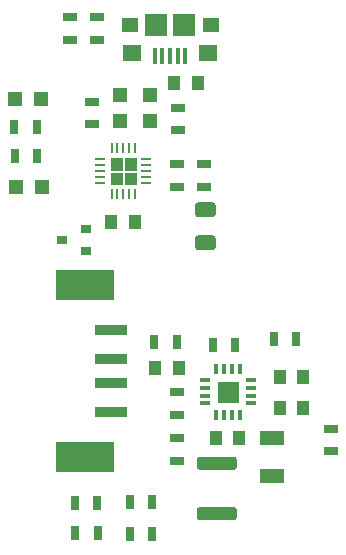
<source format=gtp>
G04 #@! TF.GenerationSoftware,KiCad,Pcbnew,(5.1.9-0-10_14)*
G04 #@! TF.CreationDate,2021-03-21T12:23:30-04:00*
G04 #@! TF.ProjectId,Antoinette_PowerBank,416e746f-696e-4657-9474-655f506f7765,rev?*
G04 #@! TF.SameCoordinates,Original*
G04 #@! TF.FileFunction,Paste,Top*
G04 #@! TF.FilePolarity,Positive*
%FSLAX46Y46*%
G04 Gerber Fmt 4.6, Leading zero omitted, Abs format (unit mm)*
G04 Created by KiCad (PCBNEW (5.1.9-0-10_14)) date 2021-03-21 12:23:30*
%MOMM*%
%LPD*%
G01*
G04 APERTURE LIST*
%ADD10C,0.010000*%
%ADD11R,1.900000X1.900000*%
%ADD12R,1.450000X1.300000*%
%ADD13R,1.600000X1.400000*%
%ADD14R,0.400000X1.350000*%
%ADD15R,0.700000X1.300000*%
%ADD16R,0.260000X0.810000*%
%ADD17R,0.810000X0.260000*%
%ADD18R,1.300000X0.700000*%
%ADD19R,0.340000X0.810000*%
%ADD20R,0.810000X0.340000*%
%ADD21R,1.000000X1.250000*%
%ADD22R,1.200000X1.200000*%
%ADD23R,5.000000X2.500000*%
%ADD24R,2.800000X0.900000*%
%ADD25R,0.900000X0.800000*%
%ADD26R,2.000000X1.200000*%
G04 APERTURE END LIST*
D10*
G04 #@! TO.C,U2*
G36*
X82543799Y-45234400D02*
G01*
X81583799Y-45234400D01*
X81583799Y-44274400D01*
X82543799Y-44274400D01*
X82543799Y-45234400D01*
G37*
X82543799Y-45234400D02*
X81583799Y-45234400D01*
X81583799Y-44274400D01*
X82543799Y-44274400D01*
X82543799Y-45234400D01*
G36*
X81323799Y-45234400D02*
G01*
X80363799Y-45234400D01*
X80363799Y-44274400D01*
X81323799Y-44274400D01*
X81323799Y-45234400D01*
G37*
X81323799Y-45234400D02*
X80363799Y-45234400D01*
X80363799Y-44274400D01*
X81323799Y-44274400D01*
X81323799Y-45234400D01*
G36*
X81323799Y-46454400D02*
G01*
X80363799Y-46454400D01*
X80363799Y-45494400D01*
X81323799Y-45494400D01*
X81323799Y-46454400D01*
G37*
X81323799Y-46454400D02*
X80363799Y-46454400D01*
X80363799Y-45494400D01*
X81323799Y-45494400D01*
X81323799Y-46454400D01*
G36*
X82543799Y-46454400D02*
G01*
X81583799Y-46454400D01*
X81583799Y-45494400D01*
X82543799Y-45494400D01*
X82543799Y-46454400D01*
G37*
X82543799Y-46454400D02*
X81583799Y-46454400D01*
X81583799Y-45494400D01*
X82543799Y-45494400D01*
X82543799Y-46454400D01*
G04 #@! TO.C,U3*
G36*
X89456700Y-64912172D02*
G01*
X89456700Y-63205800D01*
X91163072Y-63205800D01*
X91163072Y-64912172D01*
X89456700Y-64912172D01*
G37*
X89456700Y-64912172D02*
X89456700Y-63205800D01*
X91163072Y-63205800D01*
X91163072Y-64912172D01*
X89456700Y-64912172D01*
G04 #@! TD*
D11*
G04 #@! TO.C,J2*
X84207500Y-32956500D03*
X86607500Y-32956500D03*
D12*
X88832500Y-32956500D03*
X81982500Y-32956500D03*
D13*
X82207500Y-35406500D03*
X88607500Y-35406500D03*
D14*
X84107500Y-35631500D03*
X84757500Y-35631500D03*
X85407500Y-35631500D03*
X86057500Y-35631500D03*
X86707500Y-35631500D03*
G04 #@! TD*
D15*
G04 #@! TO.C,R15*
X74165500Y-44069000D03*
X72265500Y-44069000D03*
G04 #@! TD*
G04 #@! TO.C,R14*
X85951100Y-59855100D03*
X84051100Y-59855100D03*
G04 #@! TD*
G04 #@! TO.C,R6*
X94198400Y-59588400D03*
X96098400Y-59588400D03*
G04 #@! TD*
D16*
G04 #@! TO.C,U2*
X82453799Y-47319400D03*
X81953799Y-47319400D03*
X81453799Y-47319400D03*
X80953799Y-47319400D03*
X80453799Y-47319400D03*
D17*
X79498799Y-46364400D03*
X79498799Y-45864400D03*
X79498799Y-45364400D03*
X79498799Y-44864400D03*
X79498799Y-44364400D03*
D16*
X80453799Y-43409400D03*
X80953799Y-43409400D03*
X81453799Y-43409400D03*
X81953799Y-43409400D03*
X82453799Y-43409400D03*
D17*
X83408799Y-44364400D03*
X83408799Y-44864400D03*
X83408799Y-45364400D03*
X83408799Y-45864400D03*
X83408799Y-46364400D03*
G04 #@! TD*
D18*
G04 #@! TO.C,R11*
X86080600Y-40010000D03*
X86080600Y-41910000D03*
G04 #@! TD*
G04 #@! TO.C,R5*
X79248000Y-34224000D03*
X79248000Y-32324000D03*
G04 #@! TD*
D19*
G04 #@! TO.C,U3*
X89334700Y-66013800D03*
X89984700Y-66013800D03*
X90634700Y-66013800D03*
X91284700Y-66013800D03*
D20*
X92264700Y-65033800D03*
X92264700Y-64383800D03*
X92264700Y-63733800D03*
X92264700Y-63083800D03*
D19*
X91284700Y-62103800D03*
X90634700Y-62103800D03*
X89984700Y-62103800D03*
X89334700Y-62103800D03*
D20*
X88354700Y-63083800D03*
X88354700Y-63733800D03*
X88354700Y-64383800D03*
X88354700Y-65033800D03*
G04 #@! TD*
D21*
G04 #@! TO.C,C1*
X86128100Y-62014100D03*
X84128100Y-62014100D03*
G04 #@! TD*
G04 #@! TO.C,C2*
X85741000Y-37909500D03*
X87741000Y-37909500D03*
G04 #@! TD*
G04 #@! TO.C,C3*
X80407000Y-49657000D03*
X82407000Y-49657000D03*
G04 #@! TD*
G04 #@! TO.C,C4*
X94694500Y-65430400D03*
X96694500Y-65430400D03*
G04 #@! TD*
G04 #@! TO.C,C5*
X96694500Y-62788800D03*
X94694500Y-62788800D03*
G04 #@! TD*
G04 #@! TO.C,C6*
X89271600Y-67970400D03*
X91271600Y-67970400D03*
G04 #@! TD*
D22*
G04 #@! TO.C,D1*
X81203800Y-41130400D03*
X81203800Y-38930400D03*
G04 #@! TD*
G04 #@! TO.C,D2*
X83693000Y-38912800D03*
X83693000Y-41112800D03*
G04 #@! TD*
G04 #@! TO.C,D3*
X74569500Y-46672500D03*
X72369500Y-46672500D03*
G04 #@! TD*
G04 #@! TO.C,D4*
X74506000Y-39243000D03*
X72306000Y-39243000D03*
G04 #@! TD*
G04 #@! TO.C,F1*
G36*
G01*
X87767000Y-48013000D02*
X89017000Y-48013000D01*
G75*
G02*
X89267000Y-48263000I0J-250000D01*
G01*
X89267000Y-49013000D01*
G75*
G02*
X89017000Y-49263000I-250000J0D01*
G01*
X87767000Y-49263000D01*
G75*
G02*
X87517000Y-49013000I0J250000D01*
G01*
X87517000Y-48263000D01*
G75*
G02*
X87767000Y-48013000I250000J0D01*
G01*
G37*
G36*
G01*
X87767000Y-50813000D02*
X89017000Y-50813000D01*
G75*
G02*
X89267000Y-51063000I0J-250000D01*
G01*
X89267000Y-51813000D01*
G75*
G02*
X89017000Y-52063000I-250000J0D01*
G01*
X87767000Y-52063000D01*
G75*
G02*
X87517000Y-51813000I0J250000D01*
G01*
X87517000Y-51063000D01*
G75*
G02*
X87767000Y-50813000I250000J0D01*
G01*
G37*
G04 #@! TD*
D23*
G04 #@! TO.C,J4*
X78181000Y-69543500D03*
X78181000Y-55043500D03*
D24*
X80431000Y-63293500D03*
X80431000Y-58793500D03*
X80431000Y-61293500D03*
X80431000Y-65793500D03*
G04 #@! TD*
D25*
G04 #@! TO.C,Q1*
X78329500Y-52131000D03*
X78329500Y-50231000D03*
X76229500Y-51181000D03*
G04 #@! TD*
D15*
G04 #@! TO.C,R1*
X79232800Y-73456800D03*
X77332800Y-73456800D03*
G04 #@! TD*
G04 #@! TO.C,R2*
X79270900Y-76047600D03*
X77370900Y-76047600D03*
G04 #@! TD*
D18*
G04 #@! TO.C,R3*
X86029800Y-44770000D03*
X86029800Y-46670000D03*
G04 #@! TD*
G04 #@! TO.C,R4*
X88315800Y-46685200D03*
X88315800Y-44785200D03*
G04 #@! TD*
D15*
G04 #@! TO.C,R7*
X89029500Y-60121800D03*
X90929500Y-60121800D03*
G04 #@! TD*
D18*
G04 #@! TO.C,R8*
X78836520Y-41391880D03*
X78836520Y-39491880D03*
G04 #@! TD*
G04 #@! TO.C,R9*
X76962000Y-32324000D03*
X76962000Y-34224000D03*
G04 #@! TD*
G04 #@! TO.C,R10*
X98996500Y-69085500D03*
X98996500Y-67185500D03*
G04 #@! TD*
G04 #@! TO.C,R12*
X85991700Y-68000800D03*
X85991700Y-69900800D03*
G04 #@! TD*
G04 #@! TO.C,R13*
X85991700Y-65974000D03*
X85991700Y-64074000D03*
G04 #@! TD*
D15*
G04 #@! TO.C,R16*
X72202000Y-41656000D03*
X74102000Y-41656000D03*
G04 #@! TD*
G04 #@! TO.C,R17*
X83906400Y-73406000D03*
X82006400Y-73406000D03*
G04 #@! TD*
G04 #@! TO.C,R18*
X83906400Y-76098400D03*
X82006400Y-76098400D03*
G04 #@! TD*
G04 #@! TO.C,C7*
G36*
G01*
X87907198Y-73812600D02*
X90807202Y-73812600D01*
G75*
G02*
X91057200Y-74062598I0J-249998D01*
G01*
X91057200Y-74687602D01*
G75*
G02*
X90807202Y-74937600I-249998J0D01*
G01*
X87907198Y-74937600D01*
G75*
G02*
X87657200Y-74687602I0J249998D01*
G01*
X87657200Y-74062598D01*
G75*
G02*
X87907198Y-73812600I249998J0D01*
G01*
G37*
G36*
G01*
X87907198Y-69537600D02*
X90807202Y-69537600D01*
G75*
G02*
X91057200Y-69787598I0J-249998D01*
G01*
X91057200Y-70412602D01*
G75*
G02*
X90807202Y-70662600I-249998J0D01*
G01*
X87907198Y-70662600D01*
G75*
G02*
X87657200Y-70412602I0J249998D01*
G01*
X87657200Y-69787598D01*
G75*
G02*
X87907198Y-69537600I249998J0D01*
G01*
G37*
G04 #@! TD*
D26*
G04 #@! TO.C,L1*
X94030800Y-67996000D03*
X94030800Y-71196000D03*
G04 #@! TD*
M02*

</source>
